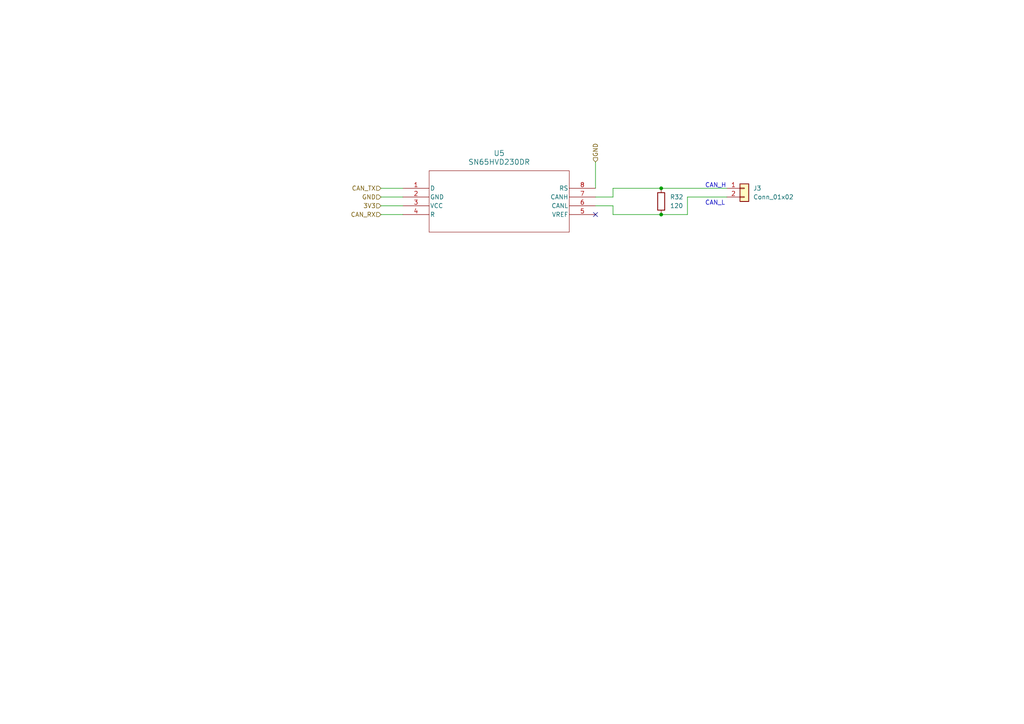
<source format=kicad_sch>
(kicad_sch (version 20230121) (generator eeschema)
  (paper "A4")
  (lib_symbols
    (symbol "Connector_Generic:Conn_01x02" (pin_names (offset 1.016) hide)
      (property "Reference" "J" (at 0 2.54 0))
      (property "Value" "Conn_01x02" (at 0 -5.08 0))
      (symbol "Conn_01x02_1_1"
        (rectangle (start -1.27 -2.413) (end 0 -2.667) (stroke (width 0.1524)))
        (rectangle (start -1.27 0.127) (end 0 -0.127) (stroke (width 0.1524)))
        (rectangle (start -1.27 1.27) (end 1.27 -3.81) (stroke (width 0.254)) (fill (type background)))
        (pin passive line (at -5.08 0 0) (length 3.81) (name "Pin_1") (number "1"))
        (pin passive line (at -5.08 -2.54 0) (length 3.81) (name "Pin_2") (number "2"))
      )
    )
    (symbol "Device:R" (pin_numbers hide) (pin_names (offset 0))
      (property "Reference" "R" (at 2.032 0 90))
      (property "Value" "R" (at 0 0 90))
      (symbol "R_0_1"
        (rectangle (start -1.016 -2.54) (end 1.016 2.54) (stroke (width 0.254)))
      )
      (symbol "R_1_1"
        (pin passive line (at 0 3.81 270) (length 1.27) (name "~") (number "1"))
        (pin passive line (at 0 -3.81 90) (length 1.27) (name "~") (number "2"))
      )
    )
    (symbol "SN65HVD230DR:SN65HVD230DR" (pin_names (offset 0.254))
      (property "Reference" "U" (at 27.94 10.16 0))
      (property "Value" "SN65HVD230DR" (at 27.94 7.62 0))
      (symbol "SN65HVD230DR_0_1"
        (polyline (pts (xy 7.62 -12.7) (xy 48.26 -12.7)) (stroke (width 0.127)))
        (polyline (pts (xy 7.62 5.08) (xy 7.62 -12.7)) (stroke (width 0.127)))
        (polyline (pts (xy 48.26 -12.7) (xy 48.26 5.08)) (stroke (width 0.127)))
        (polyline (pts (xy 48.26 5.08) (xy 7.62 5.08)) (stroke (width 0.127)))
        (pin input line (at 0 0 0) (length 7.62) (name "D") (number "1"))
        (pin power_in line (at 0 -2.54 0) (length 7.62) (name "GND") (number "2"))
        (pin power_in line (at 0 -5.08 0) (length 7.62) (name "VCC") (number "3"))
        (pin input line (at 0 -7.62 0) (length 7.62) (name "R") (number "4"))
        (pin power_in line (at 55.88 -7.62 180) (length 7.62) (name "VREF") (number "5"))
        (pin output line (at 55.88 -5.08 180) (length 7.62) (name "CANL") (number "6"))
        (pin output line (at 55.88 -2.54 180) (length 7.62) (name "CANH") (number "7"))
        (pin input line (at 55.88 0 180) (length 7.62) (name "RS") (number "8"))
      )
    )
  )
  (junction (at 191.77 54.61))
  (junction (at 191.77 62.23))
  (no_connect (at 172.72 62.23))
  (wire (pts (xy 110.49 62.23) (xy 116.84 62.23)))
  (wire (pts (xy 172.72 46.99) (xy 172.72 54.61)))
  (wire (pts (xy 110.49 57.15) (xy 116.84 57.15)))
  (wire (pts (xy 191.77 62.23) (xy 177.8 62.23)))
  (wire (pts (xy 191.77 54.61) (xy 210.82 54.61)))
  (wire (pts (xy 177.8 54.61) (xy 191.77 54.61)))
  (wire (pts (xy 199.39 57.15) (xy 199.39 62.23)))
  (wire (pts (xy 199.39 62.23) (xy 191.77 62.23)))
  (wire (pts (xy 172.72 59.69) (xy 177.8 59.69)))
  (wire (pts (xy 177.8 62.23) (xy 177.8 59.69)))
  (wire (pts (xy 199.39 57.15) (xy 210.82 57.15)))
  (wire (pts (xy 110.49 54.61) (xy 116.84 54.61)))
  (wire (pts (xy 177.8 57.15) (xy 177.8 54.61)))
  (wire (pts (xy 110.49 59.69) (xy 116.84 59.69)))
  (wire (pts (xy 172.72 57.15) (xy 177.8 57.15)))
  (text "CAN_L" (at 204.47 59.69 0) (effects (font (size 1.27 1.27)) (justify left bottom)))
  (text "CAN_H\n" (at 204.47 54.61 0) (effects (font (size 1.27 1.27)) (justify left bottom)))
  (hierarchical_label "GND" (shape input) (at 172.72 46.99 90))
  (hierarchical_label "CAN_TX" (shape input) (at 110.49 54.61 180))
  (hierarchical_label "3V3" (shape input) (at 110.49 59.69 180))
  (hierarchical_label "CAN_RX" (shape input) (at 110.49 62.23 180))
  (hierarchical_label "GND" (shape input) (at 110.49 57.15 180))
  (symbol (lib_id "SN65HVD230DR:SN65HVD230DR") (at 116.84 54.61 0) (unit 1)
    (property "Reference" "U5" (at 144.78 44.45 0) (effects (font (size 1.524 1.524))))
    (property "Value" "SN65HVD230DR" (at 144.78 46.99 0) (effects (font (size 1.524 1.524))))
    (property "Footprint" "SN65HVD230DR:SOIC127P599X175-8N" (effects hide))
    (property "Datasheet" "SN65HVD230DR" (effects hide))
  )
  (symbol (lib_id "Connector_Generic:Conn_01x02") (at 215.9 54.61 0) (unit 1)
    (property "Reference" "J3" (at 218.44 54.61 0) (effects (justify left)))
    (property "Value" "Conn_01x02" (at 218.44 57.15 0) (effects (justify left)))
    (property "Footprint" "ul_SM02B-GHS-TB:CONN_SM02B-GHS-TB_JST" (effects hide))
  )
  (symbol (lib_id "Device:R") (at 191.77 58.42 0) (unit 1)
    (property "Reference" "R32" (at 194.31 57.15 0) (effects (justify left)))
    (property "Value" "120" (at 194.31 59.69 0) (effects (justify left)))
    (property "Footprint" "Resistor_THT:R_Axial_DIN0207_L6.3mm_D2.5mm_P10.16mm_Horizontal" (effects hide))
  )
)
</source>
